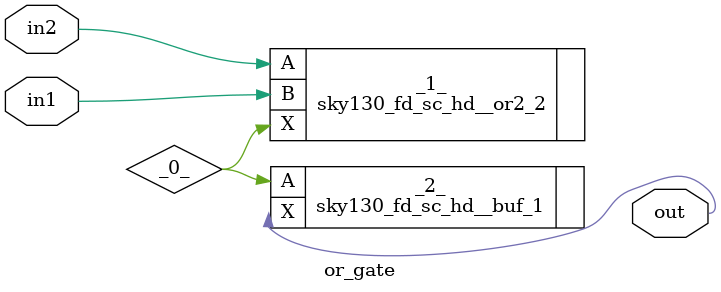
<source format=v>
/* Generated by Yosys 0.12+45 (git sha1 UNKNOWN, gcc 8.3.1 -fPIC -Os) */

module or_gate(in1, in2, out);
  wire _0_;
  input in1;
  input in2;
  output out;
  sky130_fd_sc_hd__or2_2 _1_ (
    .A(in2),
    .B(in1),
    .X(_0_)
  );
  sky130_fd_sc_hd__buf_1 _2_ (
    .A(_0_),
    .X(out)
  );
endmodule

</source>
